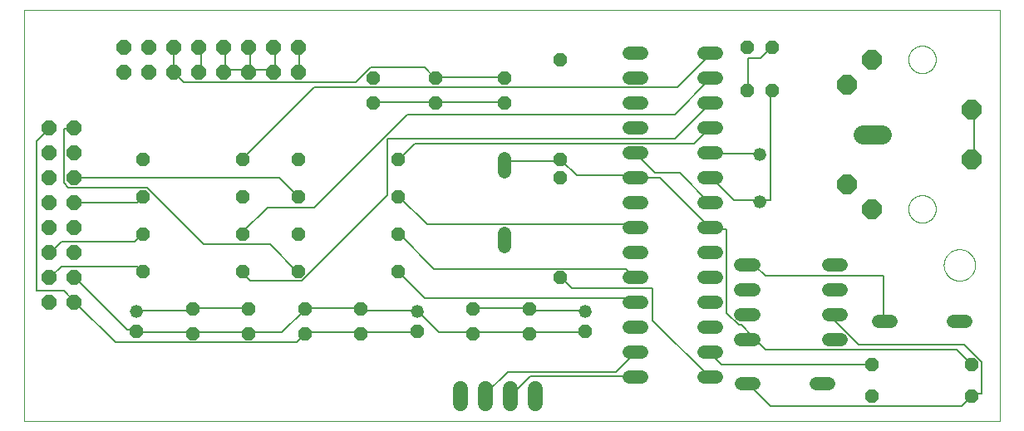
<source format=gtl>
G75*
%MOIN*%
%OFA0B0*%
%FSLAX25Y25*%
%IPPOS*%
%LPD*%
%AMOC8*
5,1,8,0,0,1.08239X$1,22.5*
%
%ADD10C,0.00000*%
%ADD11OC8,0.05200*%
%ADD12C,0.05200*%
%ADD13OC8,0.06000*%
%ADD14C,0.05200*%
%ADD15C,0.06000*%
%ADD16C,0.07800*%
%ADD17OC8,0.07800*%
%ADD18C,0.00600*%
D10*
X0001000Y0002875D02*
X0001000Y0167835D01*
X0392201Y0167835D01*
X0392201Y0002875D01*
X0001000Y0002875D01*
X0355500Y0087875D02*
X0355502Y0088023D01*
X0355508Y0088171D01*
X0355518Y0088319D01*
X0355532Y0088467D01*
X0355550Y0088614D01*
X0355572Y0088761D01*
X0355598Y0088907D01*
X0355627Y0089052D01*
X0355661Y0089197D01*
X0355699Y0089340D01*
X0355740Y0089483D01*
X0355785Y0089624D01*
X0355835Y0089764D01*
X0355887Y0089902D01*
X0355944Y0090040D01*
X0356004Y0090175D01*
X0356068Y0090309D01*
X0356135Y0090441D01*
X0356206Y0090571D01*
X0356281Y0090700D01*
X0356359Y0090826D01*
X0356440Y0090950D01*
X0356524Y0091072D01*
X0356612Y0091191D01*
X0356703Y0091308D01*
X0356797Y0091423D01*
X0356895Y0091535D01*
X0356995Y0091644D01*
X0357098Y0091751D01*
X0357204Y0091855D01*
X0357312Y0091956D01*
X0357424Y0092054D01*
X0357538Y0092149D01*
X0357654Y0092240D01*
X0357773Y0092329D01*
X0357894Y0092414D01*
X0358018Y0092496D01*
X0358144Y0092575D01*
X0358271Y0092650D01*
X0358401Y0092722D01*
X0358533Y0092791D01*
X0358666Y0092855D01*
X0358801Y0092916D01*
X0358938Y0092974D01*
X0359076Y0093028D01*
X0359216Y0093078D01*
X0359357Y0093124D01*
X0359499Y0093166D01*
X0359642Y0093205D01*
X0359786Y0093239D01*
X0359932Y0093270D01*
X0360077Y0093297D01*
X0360224Y0093320D01*
X0360371Y0093339D01*
X0360519Y0093354D01*
X0360666Y0093365D01*
X0360815Y0093372D01*
X0360963Y0093375D01*
X0361111Y0093374D01*
X0361259Y0093369D01*
X0361407Y0093360D01*
X0361555Y0093347D01*
X0361703Y0093330D01*
X0361849Y0093309D01*
X0361996Y0093284D01*
X0362141Y0093255D01*
X0362286Y0093223D01*
X0362429Y0093186D01*
X0362572Y0093146D01*
X0362714Y0093101D01*
X0362854Y0093053D01*
X0362993Y0093001D01*
X0363130Y0092946D01*
X0363266Y0092886D01*
X0363401Y0092823D01*
X0363533Y0092757D01*
X0363664Y0092687D01*
X0363793Y0092613D01*
X0363919Y0092536D01*
X0364044Y0092456D01*
X0364166Y0092372D01*
X0364287Y0092285D01*
X0364404Y0092195D01*
X0364520Y0092101D01*
X0364632Y0092005D01*
X0364742Y0091906D01*
X0364850Y0091803D01*
X0364954Y0091698D01*
X0365056Y0091590D01*
X0365154Y0091479D01*
X0365250Y0091366D01*
X0365343Y0091250D01*
X0365432Y0091132D01*
X0365518Y0091011D01*
X0365601Y0090888D01*
X0365681Y0090763D01*
X0365757Y0090636D01*
X0365830Y0090506D01*
X0365899Y0090375D01*
X0365964Y0090242D01*
X0366027Y0090108D01*
X0366085Y0089971D01*
X0366140Y0089833D01*
X0366190Y0089694D01*
X0366238Y0089553D01*
X0366281Y0089412D01*
X0366321Y0089269D01*
X0366356Y0089125D01*
X0366388Y0088980D01*
X0366416Y0088834D01*
X0366440Y0088688D01*
X0366460Y0088541D01*
X0366476Y0088393D01*
X0366488Y0088246D01*
X0366496Y0088097D01*
X0366500Y0087949D01*
X0366500Y0087801D01*
X0366496Y0087653D01*
X0366488Y0087504D01*
X0366476Y0087357D01*
X0366460Y0087209D01*
X0366440Y0087062D01*
X0366416Y0086916D01*
X0366388Y0086770D01*
X0366356Y0086625D01*
X0366321Y0086481D01*
X0366281Y0086338D01*
X0366238Y0086197D01*
X0366190Y0086056D01*
X0366140Y0085917D01*
X0366085Y0085779D01*
X0366027Y0085642D01*
X0365964Y0085508D01*
X0365899Y0085375D01*
X0365830Y0085244D01*
X0365757Y0085114D01*
X0365681Y0084987D01*
X0365601Y0084862D01*
X0365518Y0084739D01*
X0365432Y0084618D01*
X0365343Y0084500D01*
X0365250Y0084384D01*
X0365154Y0084271D01*
X0365056Y0084160D01*
X0364954Y0084052D01*
X0364850Y0083947D01*
X0364742Y0083844D01*
X0364632Y0083745D01*
X0364520Y0083649D01*
X0364404Y0083555D01*
X0364287Y0083465D01*
X0364166Y0083378D01*
X0364044Y0083294D01*
X0363919Y0083214D01*
X0363793Y0083137D01*
X0363664Y0083063D01*
X0363533Y0082993D01*
X0363401Y0082927D01*
X0363266Y0082864D01*
X0363130Y0082804D01*
X0362993Y0082749D01*
X0362854Y0082697D01*
X0362714Y0082649D01*
X0362572Y0082604D01*
X0362429Y0082564D01*
X0362286Y0082527D01*
X0362141Y0082495D01*
X0361996Y0082466D01*
X0361849Y0082441D01*
X0361703Y0082420D01*
X0361555Y0082403D01*
X0361407Y0082390D01*
X0361259Y0082381D01*
X0361111Y0082376D01*
X0360963Y0082375D01*
X0360815Y0082378D01*
X0360666Y0082385D01*
X0360519Y0082396D01*
X0360371Y0082411D01*
X0360224Y0082430D01*
X0360077Y0082453D01*
X0359932Y0082480D01*
X0359786Y0082511D01*
X0359642Y0082545D01*
X0359499Y0082584D01*
X0359357Y0082626D01*
X0359216Y0082672D01*
X0359076Y0082722D01*
X0358938Y0082776D01*
X0358801Y0082834D01*
X0358666Y0082895D01*
X0358533Y0082959D01*
X0358401Y0083028D01*
X0358271Y0083100D01*
X0358144Y0083175D01*
X0358018Y0083254D01*
X0357894Y0083336D01*
X0357773Y0083421D01*
X0357654Y0083510D01*
X0357538Y0083601D01*
X0357424Y0083696D01*
X0357312Y0083794D01*
X0357204Y0083895D01*
X0357098Y0083999D01*
X0356995Y0084106D01*
X0356895Y0084215D01*
X0356797Y0084327D01*
X0356703Y0084442D01*
X0356612Y0084559D01*
X0356524Y0084678D01*
X0356440Y0084800D01*
X0356359Y0084924D01*
X0356281Y0085050D01*
X0356206Y0085179D01*
X0356135Y0085309D01*
X0356068Y0085441D01*
X0356004Y0085575D01*
X0355944Y0085710D01*
X0355887Y0085848D01*
X0355835Y0085986D01*
X0355785Y0086126D01*
X0355740Y0086267D01*
X0355699Y0086410D01*
X0355661Y0086553D01*
X0355627Y0086698D01*
X0355598Y0086843D01*
X0355572Y0086989D01*
X0355550Y0087136D01*
X0355532Y0087283D01*
X0355518Y0087431D01*
X0355508Y0087579D01*
X0355502Y0087727D01*
X0355500Y0087875D01*
X0369701Y0065375D02*
X0369703Y0065533D01*
X0369709Y0065691D01*
X0369719Y0065849D01*
X0369733Y0066007D01*
X0369751Y0066164D01*
X0369772Y0066321D01*
X0369798Y0066477D01*
X0369828Y0066633D01*
X0369861Y0066788D01*
X0369899Y0066941D01*
X0369940Y0067094D01*
X0369985Y0067246D01*
X0370034Y0067397D01*
X0370087Y0067546D01*
X0370143Y0067694D01*
X0370203Y0067840D01*
X0370267Y0067985D01*
X0370335Y0068128D01*
X0370406Y0068270D01*
X0370480Y0068410D01*
X0370558Y0068547D01*
X0370640Y0068683D01*
X0370724Y0068817D01*
X0370813Y0068948D01*
X0370904Y0069077D01*
X0370999Y0069204D01*
X0371096Y0069329D01*
X0371197Y0069451D01*
X0371301Y0069570D01*
X0371408Y0069687D01*
X0371518Y0069801D01*
X0371631Y0069912D01*
X0371746Y0070021D01*
X0371864Y0070126D01*
X0371985Y0070228D01*
X0372108Y0070328D01*
X0372234Y0070424D01*
X0372362Y0070517D01*
X0372492Y0070607D01*
X0372625Y0070693D01*
X0372760Y0070777D01*
X0372896Y0070856D01*
X0373035Y0070933D01*
X0373176Y0071005D01*
X0373318Y0071075D01*
X0373462Y0071140D01*
X0373608Y0071202D01*
X0373755Y0071260D01*
X0373904Y0071315D01*
X0374054Y0071366D01*
X0374205Y0071413D01*
X0374357Y0071456D01*
X0374510Y0071495D01*
X0374665Y0071531D01*
X0374820Y0071562D01*
X0374976Y0071590D01*
X0375132Y0071614D01*
X0375289Y0071634D01*
X0375447Y0071650D01*
X0375604Y0071662D01*
X0375763Y0071670D01*
X0375921Y0071674D01*
X0376079Y0071674D01*
X0376237Y0071670D01*
X0376396Y0071662D01*
X0376553Y0071650D01*
X0376711Y0071634D01*
X0376868Y0071614D01*
X0377024Y0071590D01*
X0377180Y0071562D01*
X0377335Y0071531D01*
X0377490Y0071495D01*
X0377643Y0071456D01*
X0377795Y0071413D01*
X0377946Y0071366D01*
X0378096Y0071315D01*
X0378245Y0071260D01*
X0378392Y0071202D01*
X0378538Y0071140D01*
X0378682Y0071075D01*
X0378824Y0071005D01*
X0378965Y0070933D01*
X0379104Y0070856D01*
X0379240Y0070777D01*
X0379375Y0070693D01*
X0379508Y0070607D01*
X0379638Y0070517D01*
X0379766Y0070424D01*
X0379892Y0070328D01*
X0380015Y0070228D01*
X0380136Y0070126D01*
X0380254Y0070021D01*
X0380369Y0069912D01*
X0380482Y0069801D01*
X0380592Y0069687D01*
X0380699Y0069570D01*
X0380803Y0069451D01*
X0380904Y0069329D01*
X0381001Y0069204D01*
X0381096Y0069077D01*
X0381187Y0068948D01*
X0381276Y0068817D01*
X0381360Y0068683D01*
X0381442Y0068547D01*
X0381520Y0068410D01*
X0381594Y0068270D01*
X0381665Y0068128D01*
X0381733Y0067985D01*
X0381797Y0067840D01*
X0381857Y0067694D01*
X0381913Y0067546D01*
X0381966Y0067397D01*
X0382015Y0067246D01*
X0382060Y0067094D01*
X0382101Y0066941D01*
X0382139Y0066788D01*
X0382172Y0066633D01*
X0382202Y0066477D01*
X0382228Y0066321D01*
X0382249Y0066164D01*
X0382267Y0066007D01*
X0382281Y0065849D01*
X0382291Y0065691D01*
X0382297Y0065533D01*
X0382299Y0065375D01*
X0382297Y0065217D01*
X0382291Y0065059D01*
X0382281Y0064901D01*
X0382267Y0064743D01*
X0382249Y0064586D01*
X0382228Y0064429D01*
X0382202Y0064273D01*
X0382172Y0064117D01*
X0382139Y0063962D01*
X0382101Y0063809D01*
X0382060Y0063656D01*
X0382015Y0063504D01*
X0381966Y0063353D01*
X0381913Y0063204D01*
X0381857Y0063056D01*
X0381797Y0062910D01*
X0381733Y0062765D01*
X0381665Y0062622D01*
X0381594Y0062480D01*
X0381520Y0062340D01*
X0381442Y0062203D01*
X0381360Y0062067D01*
X0381276Y0061933D01*
X0381187Y0061802D01*
X0381096Y0061673D01*
X0381001Y0061546D01*
X0380904Y0061421D01*
X0380803Y0061299D01*
X0380699Y0061180D01*
X0380592Y0061063D01*
X0380482Y0060949D01*
X0380369Y0060838D01*
X0380254Y0060729D01*
X0380136Y0060624D01*
X0380015Y0060522D01*
X0379892Y0060422D01*
X0379766Y0060326D01*
X0379638Y0060233D01*
X0379508Y0060143D01*
X0379375Y0060057D01*
X0379240Y0059973D01*
X0379104Y0059894D01*
X0378965Y0059817D01*
X0378824Y0059745D01*
X0378682Y0059675D01*
X0378538Y0059610D01*
X0378392Y0059548D01*
X0378245Y0059490D01*
X0378096Y0059435D01*
X0377946Y0059384D01*
X0377795Y0059337D01*
X0377643Y0059294D01*
X0377490Y0059255D01*
X0377335Y0059219D01*
X0377180Y0059188D01*
X0377024Y0059160D01*
X0376868Y0059136D01*
X0376711Y0059116D01*
X0376553Y0059100D01*
X0376396Y0059088D01*
X0376237Y0059080D01*
X0376079Y0059076D01*
X0375921Y0059076D01*
X0375763Y0059080D01*
X0375604Y0059088D01*
X0375447Y0059100D01*
X0375289Y0059116D01*
X0375132Y0059136D01*
X0374976Y0059160D01*
X0374820Y0059188D01*
X0374665Y0059219D01*
X0374510Y0059255D01*
X0374357Y0059294D01*
X0374205Y0059337D01*
X0374054Y0059384D01*
X0373904Y0059435D01*
X0373755Y0059490D01*
X0373608Y0059548D01*
X0373462Y0059610D01*
X0373318Y0059675D01*
X0373176Y0059745D01*
X0373035Y0059817D01*
X0372896Y0059894D01*
X0372760Y0059973D01*
X0372625Y0060057D01*
X0372492Y0060143D01*
X0372362Y0060233D01*
X0372234Y0060326D01*
X0372108Y0060422D01*
X0371985Y0060522D01*
X0371864Y0060624D01*
X0371746Y0060729D01*
X0371631Y0060838D01*
X0371518Y0060949D01*
X0371408Y0061063D01*
X0371301Y0061180D01*
X0371197Y0061299D01*
X0371096Y0061421D01*
X0370999Y0061546D01*
X0370904Y0061673D01*
X0370813Y0061802D01*
X0370724Y0061933D01*
X0370640Y0062067D01*
X0370558Y0062203D01*
X0370480Y0062340D01*
X0370406Y0062480D01*
X0370335Y0062622D01*
X0370267Y0062765D01*
X0370203Y0062910D01*
X0370143Y0063056D01*
X0370087Y0063204D01*
X0370034Y0063353D01*
X0369985Y0063504D01*
X0369940Y0063656D01*
X0369899Y0063809D01*
X0369861Y0063962D01*
X0369828Y0064117D01*
X0369798Y0064273D01*
X0369772Y0064429D01*
X0369751Y0064586D01*
X0369733Y0064743D01*
X0369719Y0064901D01*
X0369709Y0065059D01*
X0369703Y0065217D01*
X0369701Y0065375D01*
X0355500Y0147875D02*
X0355502Y0148023D01*
X0355508Y0148171D01*
X0355518Y0148319D01*
X0355532Y0148467D01*
X0355550Y0148614D01*
X0355572Y0148761D01*
X0355598Y0148907D01*
X0355627Y0149052D01*
X0355661Y0149197D01*
X0355699Y0149340D01*
X0355740Y0149483D01*
X0355785Y0149624D01*
X0355835Y0149764D01*
X0355887Y0149902D01*
X0355944Y0150040D01*
X0356004Y0150175D01*
X0356068Y0150309D01*
X0356135Y0150441D01*
X0356206Y0150571D01*
X0356281Y0150700D01*
X0356359Y0150826D01*
X0356440Y0150950D01*
X0356524Y0151072D01*
X0356612Y0151191D01*
X0356703Y0151308D01*
X0356797Y0151423D01*
X0356895Y0151535D01*
X0356995Y0151644D01*
X0357098Y0151751D01*
X0357204Y0151855D01*
X0357312Y0151956D01*
X0357424Y0152054D01*
X0357538Y0152149D01*
X0357654Y0152240D01*
X0357773Y0152329D01*
X0357894Y0152414D01*
X0358018Y0152496D01*
X0358144Y0152575D01*
X0358271Y0152650D01*
X0358401Y0152722D01*
X0358533Y0152791D01*
X0358666Y0152855D01*
X0358801Y0152916D01*
X0358938Y0152974D01*
X0359076Y0153028D01*
X0359216Y0153078D01*
X0359357Y0153124D01*
X0359499Y0153166D01*
X0359642Y0153205D01*
X0359786Y0153239D01*
X0359932Y0153270D01*
X0360077Y0153297D01*
X0360224Y0153320D01*
X0360371Y0153339D01*
X0360519Y0153354D01*
X0360666Y0153365D01*
X0360815Y0153372D01*
X0360963Y0153375D01*
X0361111Y0153374D01*
X0361259Y0153369D01*
X0361407Y0153360D01*
X0361555Y0153347D01*
X0361703Y0153330D01*
X0361849Y0153309D01*
X0361996Y0153284D01*
X0362141Y0153255D01*
X0362286Y0153223D01*
X0362429Y0153186D01*
X0362572Y0153146D01*
X0362714Y0153101D01*
X0362854Y0153053D01*
X0362993Y0153001D01*
X0363130Y0152946D01*
X0363266Y0152886D01*
X0363401Y0152823D01*
X0363533Y0152757D01*
X0363664Y0152687D01*
X0363793Y0152613D01*
X0363919Y0152536D01*
X0364044Y0152456D01*
X0364166Y0152372D01*
X0364287Y0152285D01*
X0364404Y0152195D01*
X0364520Y0152101D01*
X0364632Y0152005D01*
X0364742Y0151906D01*
X0364850Y0151803D01*
X0364954Y0151698D01*
X0365056Y0151590D01*
X0365154Y0151479D01*
X0365250Y0151366D01*
X0365343Y0151250D01*
X0365432Y0151132D01*
X0365518Y0151011D01*
X0365601Y0150888D01*
X0365681Y0150763D01*
X0365757Y0150636D01*
X0365830Y0150506D01*
X0365899Y0150375D01*
X0365964Y0150242D01*
X0366027Y0150108D01*
X0366085Y0149971D01*
X0366140Y0149833D01*
X0366190Y0149694D01*
X0366238Y0149553D01*
X0366281Y0149412D01*
X0366321Y0149269D01*
X0366356Y0149125D01*
X0366388Y0148980D01*
X0366416Y0148834D01*
X0366440Y0148688D01*
X0366460Y0148541D01*
X0366476Y0148393D01*
X0366488Y0148246D01*
X0366496Y0148097D01*
X0366500Y0147949D01*
X0366500Y0147801D01*
X0366496Y0147653D01*
X0366488Y0147504D01*
X0366476Y0147357D01*
X0366460Y0147209D01*
X0366440Y0147062D01*
X0366416Y0146916D01*
X0366388Y0146770D01*
X0366356Y0146625D01*
X0366321Y0146481D01*
X0366281Y0146338D01*
X0366238Y0146197D01*
X0366190Y0146056D01*
X0366140Y0145917D01*
X0366085Y0145779D01*
X0366027Y0145642D01*
X0365964Y0145508D01*
X0365899Y0145375D01*
X0365830Y0145244D01*
X0365757Y0145114D01*
X0365681Y0144987D01*
X0365601Y0144862D01*
X0365518Y0144739D01*
X0365432Y0144618D01*
X0365343Y0144500D01*
X0365250Y0144384D01*
X0365154Y0144271D01*
X0365056Y0144160D01*
X0364954Y0144052D01*
X0364850Y0143947D01*
X0364742Y0143844D01*
X0364632Y0143745D01*
X0364520Y0143649D01*
X0364404Y0143555D01*
X0364287Y0143465D01*
X0364166Y0143378D01*
X0364044Y0143294D01*
X0363919Y0143214D01*
X0363793Y0143137D01*
X0363664Y0143063D01*
X0363533Y0142993D01*
X0363401Y0142927D01*
X0363266Y0142864D01*
X0363130Y0142804D01*
X0362993Y0142749D01*
X0362854Y0142697D01*
X0362714Y0142649D01*
X0362572Y0142604D01*
X0362429Y0142564D01*
X0362286Y0142527D01*
X0362141Y0142495D01*
X0361996Y0142466D01*
X0361849Y0142441D01*
X0361703Y0142420D01*
X0361555Y0142403D01*
X0361407Y0142390D01*
X0361259Y0142381D01*
X0361111Y0142376D01*
X0360963Y0142375D01*
X0360815Y0142378D01*
X0360666Y0142385D01*
X0360519Y0142396D01*
X0360371Y0142411D01*
X0360224Y0142430D01*
X0360077Y0142453D01*
X0359932Y0142480D01*
X0359786Y0142511D01*
X0359642Y0142545D01*
X0359499Y0142584D01*
X0359357Y0142626D01*
X0359216Y0142672D01*
X0359076Y0142722D01*
X0358938Y0142776D01*
X0358801Y0142834D01*
X0358666Y0142895D01*
X0358533Y0142959D01*
X0358401Y0143028D01*
X0358271Y0143100D01*
X0358144Y0143175D01*
X0358018Y0143254D01*
X0357894Y0143336D01*
X0357773Y0143421D01*
X0357654Y0143510D01*
X0357538Y0143601D01*
X0357424Y0143696D01*
X0357312Y0143794D01*
X0357204Y0143895D01*
X0357098Y0143999D01*
X0356995Y0144106D01*
X0356895Y0144215D01*
X0356797Y0144327D01*
X0356703Y0144442D01*
X0356612Y0144559D01*
X0356524Y0144678D01*
X0356440Y0144800D01*
X0356359Y0144924D01*
X0356281Y0145050D01*
X0356206Y0145179D01*
X0356135Y0145309D01*
X0356068Y0145441D01*
X0356004Y0145575D01*
X0355944Y0145710D01*
X0355887Y0145848D01*
X0355835Y0145986D01*
X0355785Y0146126D01*
X0355740Y0146267D01*
X0355699Y0146410D01*
X0355661Y0146553D01*
X0355627Y0146698D01*
X0355598Y0146843D01*
X0355572Y0146989D01*
X0355550Y0147136D01*
X0355532Y0147283D01*
X0355518Y0147431D01*
X0355508Y0147579D01*
X0355502Y0147727D01*
X0355500Y0147875D01*
D11*
X0301000Y0152875D03*
X0291000Y0152875D03*
X0291000Y0135375D03*
X0301000Y0135375D03*
X0216000Y0147875D03*
X0193500Y0140375D03*
X0193500Y0130375D03*
X0166000Y0130375D03*
X0166000Y0140375D03*
X0141000Y0140375D03*
X0141000Y0130375D03*
X0151000Y0107875D03*
X0151000Y0092875D03*
X0151000Y0077875D03*
X0151000Y0062875D03*
X0136000Y0047875D03*
X0136000Y0037875D03*
X0113500Y0037875D03*
X0091000Y0037875D03*
X0091000Y0047875D03*
X0113500Y0047875D03*
X0111000Y0062875D03*
X0088500Y0062875D03*
X0088500Y0077875D03*
X0111000Y0077875D03*
X0111000Y0092875D03*
X0088500Y0092875D03*
X0088500Y0107875D03*
X0111000Y0107875D03*
X0048500Y0107875D03*
X0048500Y0092875D03*
X0048500Y0077875D03*
X0048500Y0062875D03*
X0068500Y0047875D03*
X0068500Y0037875D03*
X0046000Y0038875D03*
X0158500Y0038875D03*
X0181000Y0037875D03*
X0203500Y0037875D03*
X0203500Y0047875D03*
X0181000Y0047875D03*
X0216000Y0060375D03*
X0226000Y0038875D03*
X0341000Y0025375D03*
X0341000Y0012875D03*
X0381000Y0012875D03*
X0381000Y0025375D03*
X0216000Y0100375D03*
X0216000Y0107875D03*
D12*
X0193500Y0107975D02*
X0193500Y0102775D01*
X0243400Y0100375D02*
X0248600Y0100375D01*
X0248600Y0110375D02*
X0243400Y0110375D01*
X0243400Y0120375D02*
X0248600Y0120375D01*
X0248600Y0130375D02*
X0243400Y0130375D01*
X0243400Y0140375D02*
X0248600Y0140375D01*
X0248600Y0150375D02*
X0243400Y0150375D01*
X0273400Y0150375D02*
X0278600Y0150375D01*
X0278600Y0140375D02*
X0273400Y0140375D01*
X0273400Y0130375D02*
X0278600Y0130375D01*
X0278600Y0120375D02*
X0273400Y0120375D01*
X0273400Y0110375D02*
X0278600Y0110375D01*
X0278600Y0100375D02*
X0273400Y0100375D01*
X0273400Y0090375D02*
X0278600Y0090375D01*
X0278600Y0080375D02*
X0273400Y0080375D01*
X0273400Y0070375D02*
X0278600Y0070375D01*
X0288300Y0065375D02*
X0293500Y0065375D01*
X0278600Y0060375D02*
X0273400Y0060375D01*
X0288300Y0055375D02*
X0293500Y0055375D01*
X0278600Y0050375D02*
X0273400Y0050375D01*
X0288300Y0045375D02*
X0293500Y0045375D01*
X0278600Y0040375D02*
X0273400Y0040375D01*
X0288300Y0035375D02*
X0293500Y0035375D01*
X0278600Y0030375D02*
X0273400Y0030375D01*
X0273400Y0020375D02*
X0278600Y0020375D01*
X0288400Y0017875D02*
X0293600Y0017875D01*
X0318400Y0017875D02*
X0323600Y0017875D01*
X0323500Y0035375D02*
X0328700Y0035375D01*
X0343400Y0042875D02*
X0348600Y0042875D01*
X0328700Y0045375D02*
X0323500Y0045375D01*
X0323500Y0055375D02*
X0328700Y0055375D01*
X0328700Y0065375D02*
X0323500Y0065375D01*
X0373400Y0042875D02*
X0378600Y0042875D01*
X0248600Y0040375D02*
X0243400Y0040375D01*
X0243400Y0050375D02*
X0248600Y0050375D01*
X0248600Y0060375D02*
X0243400Y0060375D01*
X0243400Y0070375D02*
X0248600Y0070375D01*
X0248600Y0080375D02*
X0243400Y0080375D01*
X0243400Y0090375D02*
X0248600Y0090375D01*
X0193500Y0077975D02*
X0193500Y0072775D01*
X0243400Y0030375D02*
X0248600Y0030375D01*
X0248600Y0020375D02*
X0243400Y0020375D01*
D13*
X0021000Y0050375D03*
X0011000Y0050375D03*
X0011000Y0060375D03*
X0021000Y0060375D03*
X0021000Y0070375D03*
X0011000Y0070375D03*
X0011000Y0080375D03*
X0021000Y0080375D03*
X0021000Y0090375D03*
X0011000Y0090375D03*
X0011000Y0100375D03*
X0021000Y0100375D03*
X0021000Y0110375D03*
X0011000Y0110375D03*
X0011000Y0120375D03*
X0021000Y0120375D03*
X0041000Y0142875D03*
X0051000Y0142875D03*
X0061000Y0142875D03*
X0071000Y0142875D03*
X0081000Y0142875D03*
X0091000Y0142875D03*
X0101000Y0142875D03*
X0111000Y0142875D03*
X0111000Y0152875D03*
X0101000Y0152875D03*
X0091000Y0152875D03*
X0081000Y0152875D03*
X0071000Y0152875D03*
X0061000Y0152875D03*
X0051000Y0152875D03*
X0041000Y0152875D03*
D14*
X0046000Y0046875D03*
X0158500Y0046875D03*
X0226000Y0046875D03*
X0296000Y0090875D03*
X0296000Y0109875D03*
D15*
X0206000Y0015875D02*
X0206000Y0009875D01*
X0196000Y0009875D02*
X0196000Y0015875D01*
X0186000Y0015875D02*
X0186000Y0009875D01*
X0176000Y0009875D02*
X0176000Y0015875D01*
D16*
X0337100Y0117875D02*
X0344900Y0117875D01*
D17*
X0381000Y0127875D03*
X0381000Y0107875D03*
X0341000Y0087875D03*
X0331000Y0097875D03*
X0331000Y0137875D03*
X0341000Y0147875D03*
D18*
X0301000Y0152875D02*
X0300213Y0152481D01*
X0296276Y0148544D01*
X0291354Y0148544D01*
X0291354Y0135749D01*
X0291000Y0135375D01*
X0300213Y0134764D02*
X0301000Y0135375D01*
X0300213Y0134764D02*
X0300213Y0091457D01*
X0296276Y0091457D01*
X0296000Y0090875D01*
X0295291Y0091457D01*
X0285449Y0091457D01*
X0276591Y0100315D01*
X0276000Y0100375D01*
X0275606Y0090473D02*
X0263795Y0102284D01*
X0253953Y0102284D01*
X0246079Y0110158D01*
X0246000Y0110375D01*
X0261827Y0116063D02*
X0275606Y0129843D01*
X0276000Y0130375D01*
X0275606Y0139686D02*
X0261827Y0125906D01*
X0154543Y0125906D01*
X0117142Y0088504D01*
X0098441Y0088504D01*
X0088598Y0078662D01*
X0088500Y0077875D01*
X0099425Y0073741D02*
X0072850Y0073741D01*
X0050213Y0096378D01*
X0018717Y0096378D01*
X0016748Y0098347D01*
X0016748Y0120001D01*
X0020685Y0120001D01*
X0021000Y0120375D01*
X0011000Y0120375D02*
X0010843Y0120001D01*
X0005921Y0115079D01*
X0005921Y0055040D01*
X0016748Y0055040D01*
X0020685Y0051103D01*
X0021000Y0050375D01*
X0021669Y0050119D01*
X0037417Y0034371D01*
X0110252Y0034371D01*
X0113205Y0037323D01*
X0113500Y0037875D01*
X0114189Y0038308D01*
X0135843Y0038308D01*
X0136000Y0037875D01*
X0136827Y0038308D01*
X0158480Y0038308D01*
X0158500Y0038875D01*
X0159465Y0046182D02*
X0167339Y0038308D01*
X0180134Y0038308D01*
X0181000Y0037875D01*
X0181118Y0038308D01*
X0202772Y0038308D01*
X0203500Y0037875D01*
X0203756Y0038308D01*
X0225409Y0038308D01*
X0226000Y0038875D01*
X0226000Y0046875D02*
X0225409Y0047166D01*
X0203756Y0047166D01*
X0203500Y0047875D01*
X0202772Y0048150D01*
X0181118Y0048150D01*
X0181000Y0047875D01*
X0161433Y0052087D02*
X0244110Y0052087D01*
X0245094Y0051103D01*
X0246000Y0050375D01*
X0252969Y0056024D02*
X0252969Y0043229D01*
X0275606Y0020591D01*
X0276000Y0020375D01*
X0280528Y0025512D02*
X0340567Y0025512D01*
X0341000Y0025375D01*
X0335646Y0033386D02*
X0377969Y0033386D01*
X0384858Y0026497D01*
X0384858Y0013701D01*
X0381906Y0013701D01*
X0381000Y0012875D01*
X0380921Y0012717D01*
X0376984Y0008780D01*
X0300213Y0008780D01*
X0291354Y0017638D01*
X0291000Y0017875D01*
X0280528Y0025512D02*
X0276591Y0029449D01*
X0276000Y0030375D01*
X0288402Y0041260D02*
X0293323Y0036339D01*
X0293500Y0035375D01*
X0294307Y0035355D01*
X0298244Y0031418D01*
X0375016Y0031418D01*
X0380921Y0025512D01*
X0381000Y0025375D01*
X0346000Y0042875D02*
X0345488Y0043229D01*
X0345488Y0060945D01*
X0298244Y0060945D01*
X0294307Y0064882D01*
X0293500Y0065375D01*
X0282496Y0079646D02*
X0276591Y0079646D01*
X0276000Y0080375D01*
X0275606Y0080630D01*
X0255921Y0100315D01*
X0246079Y0100315D01*
X0246000Y0100375D01*
X0245094Y0101300D01*
X0222457Y0101300D01*
X0216551Y0107205D01*
X0216000Y0107875D01*
X0215567Y0107205D01*
X0194898Y0107205D01*
X0193913Y0106221D01*
X0193500Y0105375D01*
X0157496Y0114095D02*
X0269701Y0114095D01*
X0275606Y0120001D01*
X0276000Y0120375D01*
X0261827Y0116063D02*
X0146669Y0116063D01*
X0146669Y0093426D01*
X0112220Y0058977D01*
X0091551Y0058977D01*
X0088598Y0061930D01*
X0088500Y0062875D01*
X0099425Y0073741D02*
X0110252Y0062914D01*
X0111000Y0062875D01*
X0114189Y0048150D02*
X0113500Y0047875D01*
X0113205Y0047166D01*
X0104346Y0038308D01*
X0091551Y0038308D01*
X0091000Y0037875D01*
X0090567Y0038308D01*
X0068913Y0038308D01*
X0068500Y0037875D01*
X0067929Y0038308D01*
X0046276Y0038308D01*
X0046000Y0038875D01*
X0045291Y0039292D01*
X0042339Y0039292D01*
X0021669Y0059961D01*
X0021000Y0060375D01*
X0015764Y0064882D02*
X0011827Y0060945D01*
X0011000Y0060375D01*
X0015764Y0064882D02*
X0046276Y0064882D01*
X0048244Y0062914D01*
X0048500Y0062875D01*
X0045291Y0074725D02*
X0015764Y0074725D01*
X0011827Y0070788D01*
X0011000Y0070375D01*
X0045291Y0074725D02*
X0048244Y0077678D01*
X0048500Y0077875D01*
X0046276Y0090473D02*
X0021669Y0090473D01*
X0021000Y0090375D01*
X0021669Y0100315D02*
X0021000Y0100375D01*
X0021669Y0100315D02*
X0103362Y0100315D01*
X0110252Y0093426D01*
X0111000Y0092875D01*
X0088500Y0107875D02*
X0088598Y0108189D01*
X0117142Y0136733D01*
X0262811Y0136733D01*
X0275606Y0149528D01*
X0276000Y0150375D01*
X0276000Y0140375D02*
X0275606Y0139686D01*
X0276000Y0110375D02*
X0276591Y0110158D01*
X0295291Y0110158D01*
X0296000Y0109875D01*
X0276000Y0090375D02*
X0275606Y0090473D01*
X0282496Y0079646D02*
X0282496Y0046182D01*
X0287417Y0041260D01*
X0288402Y0041260D01*
X0323500Y0045375D02*
X0323835Y0045197D01*
X0335646Y0033386D01*
X0252969Y0056024D02*
X0220488Y0056024D01*
X0216551Y0059961D01*
X0216000Y0060375D01*
X0242142Y0063898D02*
X0245094Y0060945D01*
X0246000Y0060375D01*
X0242142Y0063898D02*
X0165370Y0063898D01*
X0151591Y0077678D01*
X0151000Y0077875D01*
X0162417Y0081615D02*
X0244110Y0081615D01*
X0245094Y0080630D01*
X0246000Y0080375D01*
X0162417Y0081615D02*
X0151591Y0092441D01*
X0151000Y0092875D01*
X0151000Y0107875D02*
X0151591Y0108189D01*
X0157496Y0114095D01*
X0166000Y0130375D02*
X0166354Y0130827D01*
X0192929Y0130827D01*
X0193500Y0130375D01*
X0193500Y0140375D02*
X0192929Y0140670D01*
X0166354Y0140670D01*
X0166000Y0140375D01*
X0165370Y0140670D01*
X0161433Y0144607D01*
X0139780Y0144607D01*
X0133874Y0138701D01*
X0064976Y0138701D01*
X0061039Y0142638D01*
X0061000Y0142875D01*
X0061039Y0143623D01*
X0061039Y0152481D01*
X0061000Y0152875D01*
X0071000Y0152875D02*
X0071866Y0152481D01*
X0071866Y0143623D01*
X0071000Y0142875D01*
X0081000Y0142875D02*
X0081709Y0143623D01*
X0090567Y0143623D01*
X0091000Y0142875D01*
X0091551Y0143623D01*
X0100409Y0143623D01*
X0101000Y0142875D01*
X0101394Y0143623D01*
X0101394Y0152481D01*
X0101000Y0152875D01*
X0091551Y0152481D02*
X0091000Y0152875D01*
X0091551Y0152481D02*
X0091551Y0143623D01*
X0081709Y0143623D02*
X0081709Y0152481D01*
X0081000Y0152875D01*
X0111000Y0152875D02*
X0111236Y0152481D01*
X0111236Y0143623D01*
X0111000Y0142875D01*
X0141000Y0130375D02*
X0141748Y0130827D01*
X0165370Y0130827D01*
X0166000Y0130375D01*
X0048500Y0092875D02*
X0048244Y0092441D01*
X0046276Y0090473D01*
X0068913Y0048150D02*
X0068500Y0047875D01*
X0067929Y0047166D01*
X0046276Y0047166D01*
X0046000Y0046875D01*
X0068913Y0048150D02*
X0090567Y0048150D01*
X0091000Y0047875D01*
X0114189Y0048150D02*
X0135843Y0048150D01*
X0136000Y0047875D01*
X0136827Y0047166D01*
X0158480Y0047166D01*
X0158500Y0046875D01*
X0159465Y0046182D01*
X0161433Y0052087D02*
X0151591Y0061930D01*
X0151000Y0062875D01*
X0194898Y0022560D02*
X0186039Y0013701D01*
X0186000Y0012875D01*
X0196000Y0012875D02*
X0196866Y0013701D01*
X0203756Y0020591D01*
X0245094Y0020591D01*
X0246000Y0020375D01*
X0238205Y0022560D02*
X0194898Y0022560D01*
X0238205Y0022560D02*
X0245094Y0029449D01*
X0246000Y0030375D01*
X0381000Y0107875D02*
X0381906Y0108189D01*
X0381906Y0127875D01*
X0381000Y0127875D01*
M02*

</source>
